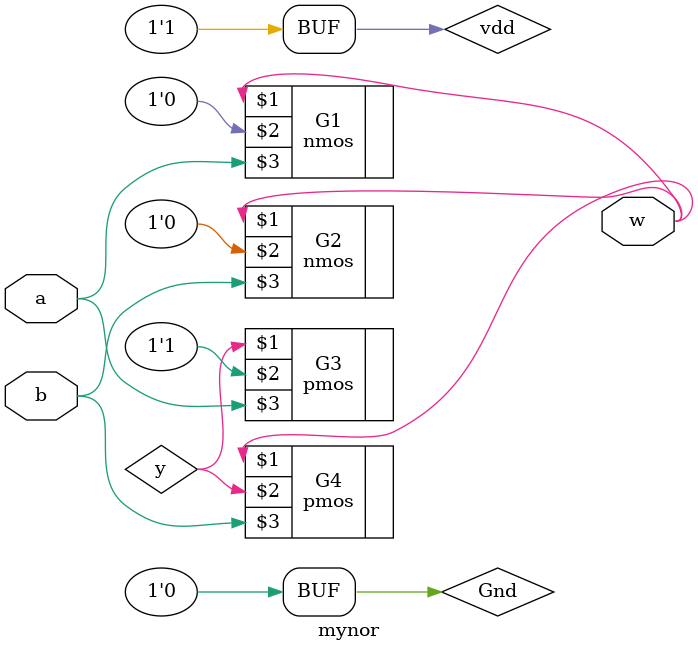
<source format=sv>
`timescale 1ns/1ns
module mynor(input a ,b , output w);
  supply1 vdd;
  supply0 Gnd;
  wire y;
  nmos #(3,4,5) G1(w,Gnd,a);
  nmos #(3,4,5) G2(w,Gnd,b);
  pmos #(5,6,7) G3(y,vdd,a);
  pmos #(5,6,7) G4(w,y,b);

endmodule

</source>
